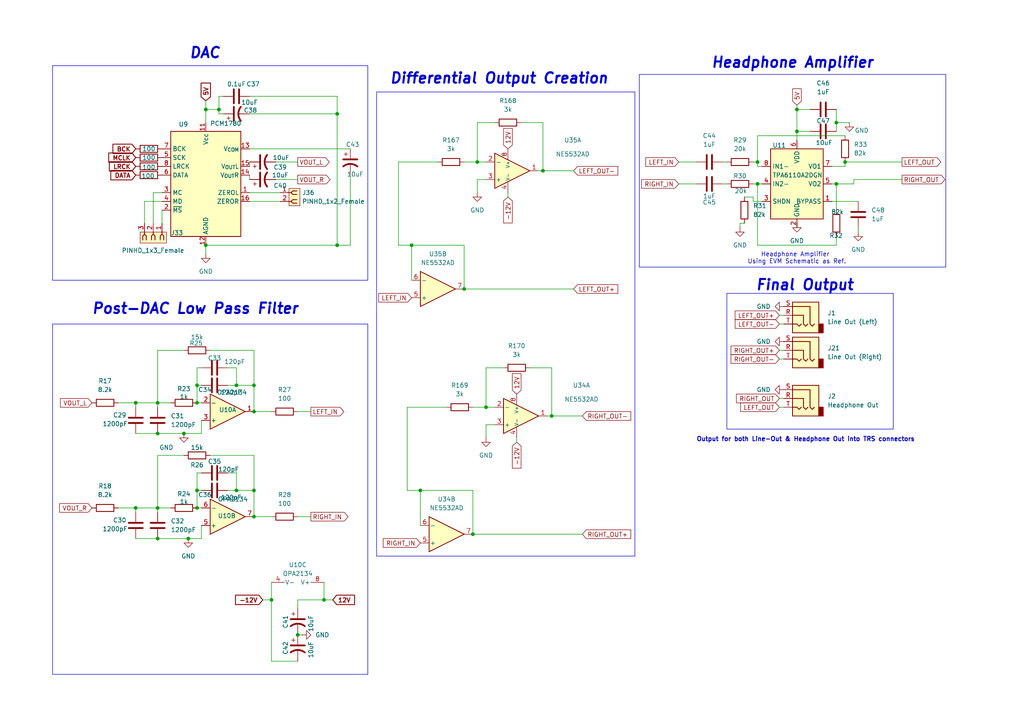
<source format=kicad_sch>
(kicad_sch (version 20231120) (generator "eeschema") (generator_version "8.0")
  (paper "A4")
  (title_block (company "Michael Meyers"))
  (lib_symbols
    (symbol "Amplifier_Audio:TPA6110A2DGN"
      (property "Reference" "U" (at -6.35 11.43 0))
      (property "Value" "TPA6110A2DGN" (at 6.35 11.43 0))
      (symbol "TPA6110A2DGN_0_1"
        (rectangle (start -7.62 10.16) (end 7.62 -10.16) (stroke (width 0.254)) (fill (type background)))
      )
      (symbol "TPA6110A2DGN_1_1"
        (pin passive line (at 10.16 -5.08 180) (length 2.54) (name "BYPASS") (number "1"))
        (pin power_in line (at 0 -12.7 90) (length 2.54) (name "GND") (number "2"))
        (pin input line (at -10.16 -5.08 0) (length 2.54) (name "SHDN") (number "3"))
        (pin input line (at -10.16 0 0) (length 2.54) (name "IN2-") (number "4"))
        (pin output line (at 10.16 0 180) (length 2.54) (name "VO2") (number "5"))
        (pin power_in line (at 0 12.7 270) (length 2.54) (name "VDD") (number "6"))
        (pin output line (at 10.16 5.08 180) (length 2.54) (name "VO1") (number "7"))
        (pin input line (at -10.16 5.08 0) (length 2.54) (name "IN1-") (number "8"))
        (pin passive line (at 0 -12.7 90) (length 2.54) hide (name "GND") (number "9"))
      )
    )
    (symbol "Amplifier_Operational:OPA2134" (pin_names (offset 0.127))
      (property "Reference" "U" (at 0 5.08 0))
      (property "Value" "OPA2134" (at 0 -5.08 0))
      (symbol "OPA2134_1_1"
        (polyline (pts (xy -5.08 5.08) (xy 5.08 0) (xy -5.08 -5.08) (xy -5.08 5.08)) (stroke (width 0.254)) (fill (type background)))
        (pin output line (at 7.62 0 180) (length 2.54) (name "~") (number "1"))
        (pin input line (at -7.62 -2.54 0) (length 2.54) (name "-") (number "2"))
        (pin input line (at -7.62 2.54 0) (length 2.54) (name "+") (number "3"))
      )
      (symbol "OPA2134_2_1"
        (polyline (pts (xy -5.08 5.08) (xy 5.08 0) (xy -5.08 -5.08) (xy -5.08 5.08)) (stroke (width 0.254)) (fill (type background)))
        (pin input line (at -7.62 2.54 0) (length 2.54) (name "+") (number "5"))
        (pin input line (at -7.62 -2.54 0) (length 2.54) (name "-") (number "6"))
        (pin output line (at 7.62 0 180) (length 2.54) (name "~") (number "7"))
      )
      (symbol "OPA2134_3_1"
        (pin power_in line (at -2.54 -7.62 90) (length 3.81) (name "V-") (number "4"))
        (pin power_in line (at -2.54 7.62 270) (length 3.81) (name "V+") (number "8"))
      )
    )
    (symbol "Audio:PCM1780"
      (property "Reference" "U" (at -9.652 16.764 0))
      (property "Value" "PCM1780" (at 12.192 16.764 0))
      (symbol "PCM1780_1_1"
        (rectangle (start -10.16 15.24) (end 10.16 -15.24) (stroke (width 0.254)) (fill (type background)))
        (pin output line (at 12.7 -2.54 180) (length 2.54) (name "ZEROL") (number "1"))
        (pin no_connect line (at 10.16 -10.16 180) (length 2.54) hide (name "NC") (number "10"))
        (pin power_in line (at 0 17.78 270) (length 2.54) (name "Vcc") (number "11"))
        (pin power_in line (at 0 -17.78 90) (length 2.54) (name "AGND") (number "12"))
        (pin output line (at 12.7 10.16 180) (length 2.54) (name "V_{COM}") (number "13"))
        (pin output line (at 12.7 2.54 180) (length 2.54) (name "V_{OUT}R") (number "14"))
        (pin output line (at 12.7 5.08 180) (length 2.54) (name "V_{OUT}L") (number "15"))
        (pin output line (at 12.7 -5.08 180) (length 2.54) (name "ZEROR") (number "16"))
        (pin input line (at -12.7 -7.62 0) (length 2.54) (name "~{MS}") (number "2"))
        (pin input line (at -12.7 -2.54 0) (length 2.54) (name "MC") (number "3"))
        (pin input line (at -12.7 -5.08 0) (length 2.54) (name "MD") (number "4"))
        (pin input line (at -12.7 7.62 0) (length 2.54) (name "SCK") (number "5"))
        (pin input line (at -12.7 2.54 0) (length 2.54) (name "DATA") (number "6"))
        (pin input line (at -12.7 10.16 0) (length 2.54) (name "BCK") (number "7"))
        (pin input line (at -12.7 5.08 0) (length 2.54) (name "LRCK") (number "8"))
        (pin no_connect line (at 10.16 -12.7 180) (length 2.54) hide (name "NC") (number "9"))
      )
    )
    (symbol "Connector_Audio:AudioJack3"
      (property "Reference" "J" (at 0 8.89 0))
      (property "Value" "AudioJack3" (at 0 6.35 0))
      (symbol "AudioJack3_0_1"
        (rectangle (start -5.08 -5.08) (end -6.35 -2.54) (stroke (width 0.254)) (fill (type outline)))
        (polyline (pts (xy 0 -2.54) (xy 0.635 -3.175) (xy 1.27 -2.54) (xy 2.54 -2.54)) (stroke (width 0.254)))
        (polyline (pts (xy -1.905 -2.54) (xy -1.27 -3.175) (xy -0.635 -2.54) (xy -0.635 0) (xy 2.54 0)) (stroke (width 0.254)))
        (polyline (pts (xy 2.54 2.54) (xy -2.54 2.54) (xy -2.54 -2.54) (xy -3.175 -3.175) (xy -3.81 -2.54)) (stroke (width 0.254)))
        (rectangle (start 2.54 3.81) (end -5.08 -5.08) (stroke (width 0.254)) (fill (type background)))
      )
      (symbol "AudioJack3_1_1"
        (pin passive line (at 5.08 0 180) (length 2.54) (name "~") (number "R"))
        (pin passive line (at 5.08 2.54 180) (length 2.54) (name "~") (number "S"))
        (pin passive line (at 5.08 -2.54 180) (length 2.54) (name "~") (number "T"))
      )
    )
    (symbol "Device:C" (pin_numbers hide) (pin_names (offset 0.254))
      (property "Reference" "C" (at 0.635 2.54 0))
      (property "Value" "C" (at 0.635 -2.54 0))
      (symbol "C_0_1"
        (polyline (pts (xy -2.032 -0.762) (xy 2.032 -0.762)) (stroke (width 0.508)))
        (polyline (pts (xy -2.032 0.762) (xy 2.032 0.762)) (stroke (width 0.508)))
      )
      (symbol "C_1_1"
        (pin passive line (at 0 3.81 270) (length 2.794) (name "~") (number "1"))
        (pin passive line (at 0 -3.81 90) (length 2.794) (name "~") (number "2"))
      )
    )
    (symbol "Device:C_Polarized_US" (pin_numbers hide) (pin_names (offset 0.254) hide)
      (property "Reference" "C" (at 0.635 2.54 0))
      (property "Value" "C_Polarized_US" (at 0.635 -2.54 0))
      (symbol "C_Polarized_US_0_1"
        (polyline (pts (xy -2.032 0.762) (xy 2.032 0.762)) (stroke (width 0.508)))
        (polyline (pts (xy -1.778 2.286) (xy -0.762 2.286)))
        (polyline (pts (xy -1.27 1.778) (xy -1.27 2.794)))
        (arc (start 2.032 -1.27) (mid 0 -0.5572) (end -2.032 -1.27) (stroke (width 0.508)))
      )
      (symbol "C_Polarized_US_1_1"
        (pin passive line (at 0 3.81 270) (length 2.794) (name "~") (number "1"))
        (pin passive line (at 0 -3.81 90) (length 3.302) (name "~") (number "2"))
      )
    )
    (symbol "Device:R" (pin_numbers hide) (pin_names (offset 0))
      (property "Reference" "R" (at 2.032 0 90))
      (property "Value" "R" (at 0 0 90))
      (symbol "R_0_1"
        (rectangle (start -1.016 -2.54) (end 1.016 2.54) (stroke (width 0.254)))
      )
      (symbol "R_1_1"
        (pin passive line (at 0 3.81 270) (length 1.27) (name "~") (number "1"))
        (pin passive line (at 0 -3.81 90) (length 1.27) (name "~") (number "2"))
      )
    )
    (symbol "PCM_Amplifier_Operational_AKL:NE5532AD" (pin_names (offset 0.2))
      (property "Reference" "U" (at 1.27 6.35 0))
      (property "Value" "NE5532AD" (at 1.27 3.81 0))
      (symbol "NE5532AD_0_1"
        (polyline (pts (xy -3.81 5.08) (xy -3.81 -5.08) (xy 6.35 0) (xy -3.81 5.08)) (stroke (width 0.254)) (fill (type background)))
      )
      (symbol "NE5532AD_1_1"
        (pin output line (at 8.89 0 180) (length 2.54) (name "~") (number "1"))
        (pin input line (at -6.35 2.54 0) (length 2.54) (name "-") (number "2"))
        (pin input line (at -6.35 -2.54 0) (length 2.54) (name "+") (number "3"))
        (pin power_in line (at 0 -6.35 90) (length 3.18) (name "V-") (number "4"))
        (pin power_in line (at 0 6.35 270) (length 3.18) (name "V+") (number "8"))
      )
      (symbol "NE5532AD_2_1"
        (pin input line (at -6.35 -2.54 0) (length 2.54) (name "+") (number "5"))
        (pin input line (at -6.35 2.54 0) (length 2.54) (name "-") (number "6"))
        (pin output line (at 8.89 0 180) (length 2.54) (name "~") (number "7"))
      )
    )
    (symbol "PCM_SL_Pin_Headers:PINHD_1x2_Female"
      (property "Reference" "J" (at 0 7.62 0))
      (property "Value" "PINHD_1x2_Female" (at 0 5.08 0))
      (symbol "PINHD_1x2_Female_0_1"
        (rectangle (start -1.27 2.54) (end 1.905 -2.54) (fill (type background)))
        (arc (start -0.508 -1.27) (mid -0.3592 -1.6292) (end 0 -1.778) (stroke (width 0.25)))
        (arc (start -0.508 1.27) (mid -0.3592 0.9108) (end 0 0.762) (stroke (width 0.25)))
        (arc (start 0 -0.762) (mid -0.3592 -0.9108) (end -0.508 -1.27) (stroke (width 0.25)))
        (polyline (pts (xy -1.27 -1.27) (xy -0.508 -1.27)) (stroke (width 0.25)))
        (polyline (pts (xy -1.27 1.27) (xy -0.508 1.27)) (stroke (width 0.25)))
        (polyline (pts (xy 0 -1.778) (xy 1.016 -1.778)) (stroke (width 0.25)))
        (polyline (pts (xy 0 -0.762) (xy 1.016 -0.762)) (stroke (width 0.25)))
        (polyline (pts (xy 0 0.762) (xy 1.016 0.762)) (stroke (width 0.25)))
        (polyline (pts (xy 0 1.778) (xy 1.016 1.778)) (stroke (width 0.25)))
        (arc (start 0 1.778) (mid -0.3592 1.6292) (end -0.508 1.27) (stroke (width 0.25)))
      )
      (symbol "PINHD_1x2_Female_1_1"
        (pin passive line (at -3.81 1.27 0) (length 2.54) (name "") (number "1"))
        (pin passive line (at -3.81 -1.27 0) (length 2.54) (name "") (number "2"))
      )
    )
    (symbol "PCM_SL_Pin_Headers:PINHD_1x3_Female"
      (property "Reference" "J" (at 0 8.89 0))
      (property "Value" "PINHD_1x3_Female" (at 0 6.35 0))
      (symbol "PINHD_1x3_Female_0_1"
        (rectangle (start -1.27 3.81) (end 1.905 -3.81) (fill (type background)))
        (arc (start -0.508 -2.54) (mid -0.3592 -2.8992) (end 0 -3.048) (stroke (width 0.25)))
        (arc (start -0.508 0) (mid -0.3592 -0.3592) (end 0 -0.508) (stroke (width 0.25)))
        (arc (start -0.508 2.54) (mid -0.3592 2.1808) (end 0 2.032) (stroke (width 0.25)))
        (arc (start 0 -2.032) (mid -0.3592 -2.1808) (end -0.508 -2.54) (stroke (width 0.25)))
        (polyline (pts (xy -1.27 -2.54) (xy -0.508 -2.54)) (stroke (width 0.25)))
        (polyline (pts (xy -1.27 0) (xy -0.508 0)) (stroke (width 0.25)))
        (polyline (pts (xy -1.27 2.54) (xy -0.508 2.54)) (stroke (width 0.25)))
        (polyline (pts (xy 0 -3.048) (xy 1.016 -3.048)) (stroke (width 0.25)))
        (polyline (pts (xy 0 -2.032) (xy 1.016 -2.032)) (stroke (width 0.25)))
        (polyline (pts (xy 0 -0.508) (xy 1.016 -0.508)) (stroke (width 0.25)))
        (polyline (pts (xy 0 0.508) (xy 1.016 0.508)) (stroke (width 0.25)))
        (polyline (pts (xy 0 2.032) (xy 1.016 2.032)) (stroke (width 0.25)))
        (polyline (pts (xy 0 3.048) (xy 1.016 3.048)) (stroke (width 0.25)))
        (arc (start 0 0.508) (mid -0.3592 0.3592) (end -0.508 0) (stroke (width 0.25)))
        (arc (start 0 3.048) (mid -0.3592 2.8992) (end -0.508 2.54) (stroke (width 0.25)))
      )
      (symbol "PINHD_1x3_Female_1_1"
        (pin passive line (at -3.81 2.54 0) (length 2.54) (name "") (number "1"))
        (pin passive line (at -3.81 0 0) (length 2.54) (name "") (number "2"))
        (pin passive line (at -3.81 -2.54 0) (length 2.54) (name "") (number "3"))
      )
    )
    (symbol "power:GND" (power) (pin_numbers hide) (pin_names (offset 0) hide)
      (property "Value" "GND" (at 0 -3.81 0))
      (symbol "GND_0_1"
        (polyline (pts (xy 0 0) (xy 0 -1.27) (xy 1.27 -1.27) (xy 0 -2.54) (xy -1.27 -1.27) (xy 0 -1.27)))
      )
      (symbol "GND_1_1"
        (pin power_in line (at 0 0 270) (length 0) (name "~") (number "1"))
      )
    )
  )
  (junction (at 242.57 35.56))
  (junction (at 242.57 53.34))
  (junction (at 45.72 116.84))
  (junction (at 68.58 142.24))
  (junction (at 57.15 147.32))
  (junction (at 121.92 142.24))
  (junction (at 231.14 31.75))
  (junction (at 93.98 173.99))
  (junction (at 45.72 156.21))
  (junction (at 157.48 49.53))
  (junction (at 45.72 125.73))
  (junction (at 59.69 71.12))
  (junction (at 73.66 111.76))
  (junction (at 68.58 111.76))
  (junction (at 160.02 120.65))
  (junction (at 39.37 116.84))
  (junction (at 138.43 46.99))
  (junction (at 78.74 173.99))
  (junction (at 57.15 111.76))
  (junction (at 119.38 71.12))
  (junction (at 134.62 83.82))
  (junction (at 39.37 147.32))
  (junction (at 73.66 119.38))
  (junction (at 73.66 149.86))
  (junction (at 57.15 116.84))
  (junction (at 231.14 38.1))
  (junction (at 45.72 147.32))
  (junction (at 54.61 156.21))
  (junction (at 97.79 33.02))
  (junction (at 63.5 31.75))
  (junction (at 140.97 118.11))
  (junction (at 57.15 142.24))
  (junction (at 97.79 71.12))
  (junction (at 219.71 46.99))
  (junction (at 73.66 142.24))
  (junction (at 219.71 53.34))
  (junction (at 245.11 46.99))
  (junction (at 137.16 154.94))
  (junction (at 86.36 184.15))
  (junction (at 59.69 31.75))
  (junction (at 53.34 125.73))
  (wire (pts (xy 242.57 35.56) (xy 242.57 38.1)))
  (wire (pts (xy 64.77 33.02) (xy 63.5 33.02)))
  (wire (pts (xy 134.62 46.99) (xy 138.43 46.99)))
  (wire (pts (xy 160.02 120.65) (xy 168.91 120.65)))
  (wire (pts (xy 39.37 125.73) (xy 45.72 125.73)))
  (wire (pts (xy 219.71 39.37) (xy 245.11 39.37)))
  (wire (pts (xy 57.15 137.16) (xy 57.15 142.24)))
  (wire (pts (xy 68.58 137.16) (xy 68.58 142.24)))
  (wire (pts (xy 34.29 116.84) (xy 39.37 116.84)))
  (wire (pts (xy 146.05 106.68) (xy 140.97 106.68)))
  (wire (pts (xy 54.61 156.21) (xy 58.42 156.21)))
  (wire (pts (xy 134.62 83.82) (xy 166.37 83.82)))
  (wire (pts (xy 115.57 46.99) (xy 115.57 71.12)))
  (wire (pts (xy 86.36 52.07) (xy 80.01 52.07)))
  (wire (pts (xy 147.32 57.15) (xy 147.32 55.88)))
  (wire (pts (xy 247.65 52.07) (xy 261.62 52.07)))
  (wire (pts (xy 118.11 142.24) (xy 121.92 142.24)))
  (wire (pts (xy 45.72 125.73) (xy 53.34 125.73)))
  (wire (pts (xy 231.14 38.1) (xy 234.95 38.1)))
  (wire (pts (xy 59.69 73.66) (xy 59.69 71.12)))
  (wire (pts (xy 39.37 116.84) (xy 39.37 118.11)))
  (wire (pts (xy 231.14 38.1) (xy 231.14 40.64)))
  (wire (pts (xy 57.15 142.24) (xy 57.15 147.32)))
  (wire (pts (xy 41.91 58.42) (xy 41.91 64.77)))
  (wire (pts (xy 58.42 142.24) (xy 57.15 142.24)))
  (wire (pts (xy 53.34 101.6) (xy 45.72 101.6)))
  (wire (pts (xy 138.43 52.07) (xy 138.43 55.88)))
  (wire (pts (xy 45.72 147.32) (xy 49.53 147.32)))
  (wire (pts (xy 53.34 125.73) (xy 58.42 125.73)))
  (wire (pts (xy 63.5 31.75) (xy 63.5 27.94)))
  (wire (pts (xy 57.15 147.32) (xy 58.42 147.32)))
  (wire (pts (xy 68.58 111.76) (xy 73.66 111.76)))
  (wire (pts (xy 39.37 147.32) (xy 45.72 147.32)))
  (wire (pts (xy 219.71 48.26) (xy 219.71 46.99)))
  (wire (pts (xy 137.16 142.24) (xy 121.92 142.24)))
  (wire (pts (xy 59.69 31.75) (xy 59.69 35.56)))
  (wire (pts (xy 34.29 147.32) (xy 39.37 147.32)))
  (wire (pts (xy 127 46.99) (xy 115.57 46.99)))
  (wire (pts (xy 58.42 106.68) (xy 57.15 106.68)))
  (wire (pts (xy 73.66 149.86) (xy 78.74 149.86)))
  (wire (pts (xy 151.13 35.56) (xy 157.48 35.56)))
  (wire (pts (xy 73.66 101.6) (xy 73.66 111.76)))
  (wire (pts (xy 248.92 67.31) (xy 248.92 66.04)))
  (wire (pts (xy 261.62 46.99) (xy 245.11 46.99)))
  (wire (pts (xy 73.66 111.76) (xy 73.66 119.38)))
  (wire (pts (xy 231.14 31.75) (xy 234.95 31.75)))
  (wire (pts (xy 41.91 58.42) (xy 46.99 58.42)))
  (wire (pts (xy 138.43 52.07) (xy 140.97 52.07)))
  (wire (pts (xy 160.02 106.68) (xy 160.02 120.65)))
  (wire (pts (xy 72.39 52.07) (xy 72.39 50.8)))
  (wire (pts (xy 86.36 173.99) (xy 86.36 176.53)))
  (wire (pts (xy 196.85 53.34) (xy 201.93 53.34)))
  (wire (pts (xy 134.62 83.82) (xy 134.62 71.12)))
  (wire (pts (xy 73.66 119.38) (xy 78.74 119.38)))
  (wire (pts (xy 87.63 184.15) (xy 86.36 184.15)))
  (wire (pts (xy 57.15 106.68) (xy 57.15 111.76)))
  (wire (pts (xy 119.38 71.12) (xy 119.38 81.28)))
  (wire (pts (xy 96.52 173.99) (xy 93.98 173.99)))
  (wire (pts (xy 45.72 118.11) (xy 45.72 116.84)))
  (wire (pts (xy 226.06 93.98) (xy 227.33 93.98)))
  (wire (pts (xy 60.96 132.08) (xy 73.66 132.08)))
  (wire (pts (xy 226.06 104.14) (xy 227.33 104.14)))
  (wire (pts (xy 137.16 154.94) (xy 137.16 142.24)))
  (wire (pts (xy 53.34 132.08) (xy 45.72 132.08)))
  (wire (pts (xy 63.5 33.02) (xy 63.5 31.75)))
  (wire (pts (xy 219.71 53.34) (xy 220.98 53.34)))
  (wire (pts (xy 86.36 149.86) (xy 90.17 149.86)))
  (wire (pts (xy 68.58 142.24) (xy 73.66 142.24)))
  (wire (pts (xy 44.45 55.88) (xy 44.45 64.77)))
  (wire (pts (xy 72.39 43.18) (xy 101.6 43.18)))
  (wire (pts (xy 138.43 35.56) (xy 138.43 46.99)))
  (wire (pts (xy 118.11 118.11) (xy 118.11 142.24)))
  (wire (pts (xy 115.57 71.12) (xy 119.38 71.12)))
  (wire (pts (xy 63.5 27.94) (xy 64.77 27.94)))
  (wire (pts (xy 72.39 27.94) (xy 97.79 27.94)))
  (wire (pts (xy 140.97 123.19) (xy 140.97 127)))
  (wire (pts (xy 149.86 128.27) (xy 149.86 127)))
  (wire (pts (xy 156.21 49.53) (xy 157.48 49.53)))
  (wire (pts (xy 157.48 35.56) (xy 157.48 49.53)))
  (wire (pts (xy 68.58 137.16) (xy 66.04 137.16)))
  (wire (pts (xy 73.66 132.08) (xy 73.66 142.24)))
  (wire (pts (xy 45.72 156.21) (xy 54.61 156.21)))
  (wire (pts (xy 218.44 58.42) (xy 218.44 57.15)))
  (wire (pts (xy 214.63 66.04) (xy 214.63 64.77)))
  (wire (pts (xy 72.39 33.02) (xy 97.79 33.02)))
  (wire (pts (xy 219.71 39.37) (xy 219.71 46.99)))
  (wire (pts (xy 226.06 101.6) (xy 227.33 101.6)))
  (wire (pts (xy 68.58 106.68) (xy 66.04 106.68)))
  (wire (pts (xy 72.39 46.99) (xy 72.39 48.26)))
  (wire (pts (xy 196.85 46.99) (xy 201.93 46.99)))
  (wire (pts (xy 97.79 27.94) (xy 97.79 33.02)))
  (wire (pts (xy 121.92 142.24) (xy 121.92 152.4)))
  (wire (pts (xy 78.74 173.99) (xy 78.74 191.77)))
  (wire (pts (xy 59.69 71.12) (xy 97.79 71.12)))
  (wire (pts (xy 66.04 111.76) (xy 68.58 111.76)))
  (wire (pts (xy 93.98 173.99) (xy 86.36 173.99)))
  (wire (pts (xy 231.14 30.48) (xy 231.14 31.75)))
  (wire (pts (xy 86.36 46.99) (xy 80.01 46.99)))
  (wire (pts (xy 73.66 142.24) (xy 73.66 149.86)))
  (wire (pts (xy 57.15 116.84) (xy 58.42 116.84)))
  (wire (pts (xy 45.72 132.08) (xy 45.72 147.32)))
  (wire (pts (xy 247.65 53.34) (xy 242.57 53.34)))
  (wire (pts (xy 218.44 46.99) (xy 219.71 46.99)))
  (wire (pts (xy 219.71 53.34) (xy 219.71 71.12)))
  (wire (pts (xy 241.3 58.42) (xy 248.92 58.42)))
  (wire (pts (xy 226.06 118.11) (xy 227.33 118.11)))
  (wire (pts (xy 218.44 58.42) (xy 220.98 58.42)))
  (wire (pts (xy 60.96 101.6) (xy 73.66 101.6)))
  (wire (pts (xy 63.5 31.75) (xy 59.69 31.75)))
  (wire (pts (xy 209.55 53.34) (xy 210.82 53.34)))
  (wire (pts (xy 58.42 121.92) (xy 58.42 125.73)))
  (wire (pts (xy 231.14 31.75) (xy 231.14 38.1)))
  (wire (pts (xy 245.11 48.26) (xy 245.11 46.99)))
  (wire (pts (xy 58.42 111.76) (xy 57.15 111.76)))
  (wire (pts (xy 76.2 173.99) (xy 78.74 173.99)))
  (wire (pts (xy 218.44 53.34) (xy 219.71 53.34)))
  (wire (pts (xy 78.74 191.77) (xy 86.36 191.77)))
  (wire (pts (xy 218.44 57.15) (xy 215.9 57.15)))
  (wire (pts (xy 97.79 33.02) (xy 97.79 71.12)))
  (wire (pts (xy 231.14 66.04) (xy 231.14 64.77)))
  (wire (pts (xy 68.58 106.68) (xy 68.58 111.76)))
  (wire (pts (xy 209.55 46.99) (xy 210.82 46.99)))
  (wire (pts (xy 46.99 60.96) (xy 46.99 64.77)))
  (wire (pts (xy 242.57 31.75) (xy 242.57 35.56)))
  (wire (pts (xy 59.69 29.21) (xy 59.69 31.75)))
  (wire (pts (xy 242.57 53.34) (xy 241.3 53.34)))
  (wire (pts (xy 242.57 68.58) (xy 242.57 71.12)))
  (wire (pts (xy 226.06 91.44) (xy 227.33 91.44)))
  (wire (pts (xy 140.97 106.68) (xy 140.97 118.11)))
  (wire (pts (xy 143.51 35.56) (xy 138.43 35.56)))
  (wire (pts (xy 66.04 142.24) (xy 68.58 142.24)))
  (wire (pts (xy 157.48 49.53) (xy 166.37 49.53)))
  (wire (pts (xy 81.28 58.42) (xy 72.39 58.42)))
  (wire (pts (xy 137.16 118.11) (xy 140.97 118.11)))
  (wire (pts (xy 86.36 119.38) (xy 90.17 119.38)))
  (wire (pts (xy 245.11 48.26) (xy 241.3 48.26)))
  (wire (pts (xy 39.37 116.84) (xy 45.72 116.84)))
  (wire (pts (xy 58.42 137.16) (xy 57.15 137.16)))
  (wire (pts (xy 214.63 64.77) (xy 215.9 64.77)))
  (wire (pts (xy 45.72 116.84) (xy 49.53 116.84)))
  (wire (pts (xy 81.28 55.88) (xy 72.39 55.88)))
  (wire (pts (xy 44.45 55.88) (xy 46.99 55.88)))
  (wire (pts (xy 242.57 53.34) (xy 242.57 60.96)))
  (wire (pts (xy 137.16 154.94) (xy 168.91 154.94)))
  (wire (pts (xy 138.43 46.99) (xy 140.97 46.99)))
  (wire (pts (xy 158.75 120.65) (xy 160.02 120.65)))
  (wire (pts (xy 78.74 168.91) (xy 78.74 173.99)))
  (wire (pts (xy 129.54 118.11) (xy 118.11 118.11)))
  (wire (pts (xy 101.6 50.8) (xy 101.6 71.12)))
  (wire (pts (xy 226.06 115.57) (xy 227.33 115.57)))
  (wire (pts (xy 93.98 168.91) (xy 93.98 173.99)))
  (wire (pts (xy 39.37 147.32) (xy 39.37 148.59)))
  (wire (pts (xy 140.97 118.11) (xy 143.51 118.11)))
  (wire (pts (xy 219.71 71.12) (xy 242.57 71.12)))
  (wire (pts (xy 153.67 106.68) (xy 160.02 106.68)))
  (wire (pts (xy 45.72 101.6) (xy 45.72 116.84)))
  (wire (pts (xy 97.79 71.12) (xy 101.6 71.12)))
  (wire (pts (xy 57.15 111.76) (xy 57.15 116.84)))
  (wire (pts (xy 58.42 152.4) (xy 58.42 156.21)))
  (wire (pts (xy 39.37 156.21) (xy 45.72 156.21)))
  (wire (pts (xy 45.72 148.59) (xy 45.72 147.32)))
  (wire (pts (xy 247.65 53.34) (xy 247.65 52.07)))
  (wire (pts (xy 219.71 48.26) (xy 220.98 48.26)))
  (wire (pts (xy 134.62 71.12) (xy 119.38 71.12)))
  (wire (pts (xy 242.57 35.56) (xy 246.38 35.56)))
  (wire (pts (xy 140.97 123.19) (xy 143.51 123.19)))
  (rectangle (start 109.22 26.67) (end 184.15 161.29))
  (rectangle (start 210.82 85.09) (end 259.08 124.46))
  (rectangle (start 15.24 19.05) (end 106.68 81.28))
  (rectangle (start 185.42 21.59) (end 274.32 77.47))
  (rectangle (start 15.24 93.98) (end 106.68 195.58))
  (text "Post-DAC Low Pass Filter" (at 56.642 89.662 0) (effects (font (size 3 3) (thickness 0.6) (bold yes) (italic yes))))
  (text "Output for both Line-Out & Headphone Out into TRS connectors" (at 233.68 127.508 0) (effects (font (size 1.27 1.27) (bold yes))))
  (text "Headphone Amplifier \nUsing EVM Schematic as Ref.\n" (at 231.14 74.93 0) (effects (font (size 1.27 1.27))))
  (text "Final Output" (at 233.426 82.804 0) (effects (font (size 3 3) (thickness 0.6) (bold yes) (italic yes))))
  (text "Headphone Amplifier" (at 229.87 18.288 0) (effects (font (size 3 3) (thickness 0.6) (bold yes) (italic yes))))
  (text "DAC" (at 59.436 15.494 0) (effects (font (size 3 3) (thickness 0.6) (bold yes) (italic yes))))
  (text "Differential Output Creation" (at 144.78 22.86 0) (effects (font (size 3 3) (thickness 0.6) (bold yes) (italic yes))))
  (global_label "LEFT_IN" (shape input) (at 196.85 46.99 180) (property "Intersheetrefs" "${INTERSHEET_REFS}" (effects (hide yes))))
  (global_label "LEFT_OUT" (shape input) (at 226.06 118.11 180) (property "Intersheetrefs" "${INTERSHEET_REFS}" (effects (hide yes))))
  (global_label "12V" (shape input) (at 149.86 114.3 90) (property "Intersheetrefs" "${INTERSHEET_REFS}" (effects (hide yes))))
  (global_label "RIGHT_IN" (shape output) (at 90.17 149.86 0) (property "Intersheetrefs" "${INTERSHEET_REFS}" (effects (hide yes))))
  (global_label "RIGHT_IN" (shape input) (at 121.92 157.48 180) (property "Intersheetrefs" "${INTERSHEET_REFS}" (effects (hide yes))))
  (global_label "LEFT_OUT+" (shape input) (at 166.37 83.82 0) (property "Intersheetrefs" "${INTERSHEET_REFS}" (effects (hide yes))))
  (global_label "LEFT_IN" (shape input) (at 119.38 86.36 180) (property "Intersheetrefs" "${INTERSHEET_REFS}" (effects (hide yes))))
  (global_label "5V" (shape input) (at 59.69 29.21 90) (effects (font (bold yes))) (property "Intersheetrefs" "${INTERSHEET_REFS}" (effects (hide yes))))
  (global_label "12V" (shape input) (at 147.32 43.18 90) (property "Intersheetrefs" "${INTERSHEET_REFS}" (effects (hide yes))))
  (global_label "RIGHT_OUT-" (shape input) (at 168.91 120.65 0) (property "Intersheetrefs" "${INTERSHEET_REFS}" (effects (hide yes))))
  (global_label "-12V" (shape input) (at 149.86 128.27 270) (property "Intersheetrefs" "${INTERSHEET_REFS}" (effects (hide yes))))
  (global_label "LEFT_OUT-" (shape input) (at 166.37 49.53 0) (property "Intersheetrefs" "${INTERSHEET_REFS}" (effects (hide yes))))
  (global_label "RIGHT_OUT+" (shape input) (at 168.91 154.94 0) (property "Intersheetrefs" "${INTERSHEET_REFS}" (effects (hide yes))))
  (global_label "LEFT_IN" (shape output) (at 90.17 119.38 0) (property "Intersheetrefs" "${INTERSHEET_REFS}" (effects (hide yes))))
  (global_label "RIGHT_OUT-" (shape input) (at 226.06 104.14 180) (property "Intersheetrefs" "${INTERSHEET_REFS}" (effects (hide yes))))
  (global_label "DATA" (shape input) (at 39.37 50.8 180) (effects (font (bold yes))) (property "Intersheetrefs" "${INTERSHEET_REFS}" (effects (hide yes))))
  (global_label "BCK" (shape input) (at 39.37 43.18 180) (effects (font (bold yes))) (property "Intersheetrefs" "${INTERSHEET_REFS}" (effects (hide yes))))
  (global_label "-12V" (shape input) (at 76.2 173.99 180) (effects (font (bold yes))) (property "Intersheetrefs" "${INTERSHEET_REFS}" (effects (hide yes))))
  (global_label "LEFT_OUT+" (shape input) (at 226.06 91.44 180) (property "Intersheetrefs" "${INTERSHEET_REFS}" (effects (hide yes))))
  (global_label "RIGHT_IN" (shape input) (at 196.85 53.34 180) (property "Intersheetrefs" "${INTERSHEET_REFS}" (effects (hide yes))))
  (global_label "LRCK" (shape input) (at 39.37 48.26 180) (effects (font (bold yes))) (property "Intersheetrefs" "${INTERSHEET_REFS}" (effects (hide yes))))
  (global_label "VOUT_R" (shape input) (at 26.67 147.32 180) (property "Intersheetrefs" "${INTERSHEET_REFS}" (effects (hide yes))))
  (global_label "12V" (shape input) (at 96.52 173.99 0) (effects (font (bold yes))) (property "Intersheetrefs" "${INTERSHEET_REFS}" (effects (hide yes))))
  (global_label "VOUT_R" (shape output) (at 86.36 52.07 0) (property "Intersheetrefs" "${INTERSHEET_REFS}" (effects (hide yes))))
  (global_label "5V" (shape input) (at 231.14 30.48 90) (property "Intersheetrefs" "${INTERSHEET_REFS}" (effects (hide yes))))
  (global_label "MCLK" (shape input) (at 39.37 45.72 180) (effects (font (bold yes))) (property "Intersheetrefs" "${INTERSHEET_REFS}" (effects (hide yes))))
  (global_label "LEFT_OUT" (shape output) (at 261.62 46.99 0) (property "Intersheetrefs" "${INTERSHEET_REFS}" (effects (hide yes))))
  (global_label "-12V" (shape input) (at 147.32 57.15 270) (property "Intersheetrefs" "${INTERSHEET_REFS}" (effects (hide yes))))
  (global_label "RIGHT_OUT+" (shape input) (at 226.06 101.6 180) (property "Intersheetrefs" "${INTERSHEET_REFS}" (effects (hide yes))))
  (global_label "LEFT_OUT-" (shape input) (at 226.06 93.98 180) (property "Intersheetrefs" "${INTERSHEET_REFS}" (effects (hide yes))))
  (global_label "RIGHT_OUT" (shape input) (at 226.06 115.57 180) (property "Intersheetrefs" "${INTERSHEET_REFS}" (effects (hide yes))))
  (global_label "RIGHT_OUT" (shape output) (at 261.62 52.07 0) (property "Intersheetrefs" "${INTERSHEET_REFS}" (effects (hide yes))))
  (global_label "VOUT_L" (shape input) (at 26.67 116.84 180) (property "Intersheetrefs" "${INTERSHEET_REFS}" (effects (hide yes))))
  (global_label "VOUT_L" (shape output) (at 86.36 46.99 0) (property "Intersheetrefs" "${INTERSHEET_REFS}" (effects (hide yes))))
  (symbol (lib_id "Device:R") (at 149.86 106.68 90) (unit 1) (on_board no)
    (property "Reference" "R170" (at 149.86 100.33 90))
    (property "Value" "3k" (at 149.86 102.87 90))
    (property "Footprint" "Resistor_SMD:R_0805_2012Metric" (effects (hide yes)))
    (property "Description" "Resistor" (effects (hide yes)))
  )
  (symbol (lib_id "Device:C") (at 45.72 121.92 0) (unit 1) (on_board no)
    (property "Reference" "C31" (at 49.53 120.6499 0) (effects (justify left)))
    (property "Value" "1200pF" (at 49.53 123.1899 0) (effects (justify left)))
    (property "Footprint" "Capacitor_SMD:C_0402_1005Metric" (effects (hide yes)))
    (property "Description" "Unpolarized capacitor" (effects (hide yes)))
  )
  (symbol (lib_id "Device:R") (at 30.48 116.84 90) (unit 1) (on_board no)
    (property "Reference" "R17" (at 30.48 110.49 90))
    (property "Value" "8.2k" (at 30.48 113.03 90))
    (property "Footprint" "Resistor_SMD:R_0805_2012Metric" (effects (hide yes)))
    (property "Description" "Resistor" (effects (hide yes)))
  )
  (symbol (lib_id "Device:C_Polarized_US") (at 86.36 187.96 0) (unit 1) (on_board no)
    (property "Reference" "C42" (at 82.804 187.96 90))
    (property "Value" "10uF" (at 90.17 188.468 90))
    (property "Footprint" "Capacitor_SMD:CP_Elec_4x5.8" (effects (hide yes)))
    (property "Description" "Polarized capacitor, US symbol" (effects (hide yes)))
  )
  (symbol (lib_id "Device:C_Polarized_US") (at 101.6 46.99 0) (unit 1) (on_board no)
    (property "Reference" "C43" (at 100.33 41.91 0) (effects (justify left)))
    (property "Value" "10uF" (at 100.584 50.546 0) (effects (justify left)))
    (property "Footprint" "Capacitor_SMD:CP_Elec_4x5.8" (effects (hide yes)))
    (property "Description" "Polarized capacitor, US symbol" (effects (hide yes)))
  )
  (symbol (lib_id "power:GND") (at 248.92 67.31 0) (unit 1) (on_board no)
    (property "Reference" "#PWR045" (effects (hide yes)))
    (property "Value" "GND" (at 248.92 72.39 0))
    (property "Description" "Power symbol creates a global label with name \"GND\" , ground" (effects (hide yes)))
  )
  (symbol (lib_id "PCM_Amplifier_Operational_AKL:NE5532AD") (at 149.86 120.65 0) (unit 1) (on_board no)
    (property "Reference" "U34" (at 168.656 111.76 0))
    (property "Value" "NE5532AD" (at 168.656 115.824 0))
    (property "Footprint" "PCM_Package_SO_AKL:SO-8_3.9x4.9mm_P1.27mm" (effects (hide yes)))
    (property "Datasheet" "https://www.ti.com/lit/ds/symlink/ne5532.pdf?ts=1634915487120&ref_url=https%253A%252F%252Fwww.google.com%252F" (effects (hide yes)))
    (property "Description" "SO-8 Dual Low Noise Operational Amplifier, 4mV Offset, 5nV/√Hz, 10MHz, Alternate KiCAD Library" (effects (hide yes)))
  )
  (symbol (lib_id "Device:R") (at 130.81 46.99 90) (unit 1) (on_board no)
    (property "Reference" "R167" (at 130.81 40.64 90))
    (property "Value" "3k" (at 130.81 43.18 90))
    (property "Footprint" "Resistor_SMD:R_0805_2012Metric" (effects (hide yes)))
    (property "Description" "Resistor" (effects (hide yes)))
  )
  (symbol (lib_id "Connector_Audio:AudioJack3") (at 232.41 115.57 0) (mirror y) (unit 1) (on_board no)
    (property "Reference" "J2" (at 240.03 114.9349 0) (effects (justify right)))
    (property "Value" "Headphone Out" (at 240.03 117.4749 0) (effects (justify right)))
    (property "Footprint" "Connector_Audio:Jack_3.5mm_CUI_SJ-3523-SMT_Horizontal" (effects (hide yes)))
    (property "Description" "Audio Jack, 3 Poles (Stereo / TRS)" (effects (hide yes)))
  )
  (symbol (lib_id "Device:C_Polarized_US") (at 86.36 180.34 0) (unit 1) (on_board no)
    (property "Reference" "C41" (at 82.804 180.34 90))
    (property "Value" "10uF" (at 90.17 180.848 90))
    (property "Footprint" "Capacitor_SMD:CP_Elec_4x5.8" (effects (hide yes)))
    (property "Description" "Polarized capacitor, US symbol" (effects (hide yes)))
  )
  (symbol (lib_id "Device:R") (at 53.34 147.32 90) (unit 1) (on_board no)
    (property "Reference" "R24" (at 53.34 143.256 90))
    (property "Value" "1k" (at 53.34 145.542 90))
    (property "Footprint" "Resistor_SMD:R_0805_2012Metric" (effects (hide yes)))
    (property "Description" "Resistor" (effects (hide yes)))
  )
  (symbol (lib_id "Device:C") (at 62.23 106.68 90) (unit 1) (on_board no)
    (property "Reference" "C33" (at 62.23 103.886 90))
    (property "Value" "120pF" (at 68.072 104.902 90))
    (property "Footprint" "Capacitor_SMD:C_0402_1005Metric" (effects (hide yes)))
    (property "Description" "Unpolarized capacitor" (effects (hide yes)))
  )
  (symbol (lib_id "Device:C_Polarized_US") (at 68.58 33.02 90) (unit 1) (on_board no)
    (property "Reference" "C38" (at 72.644 32.004 90))
    (property "Value" "10uF" (at 72.39 29.718 90))
    (property "Footprint" "Capacitor_SMD:CP_Elec_4x5.8" (effects (hide yes)))
    (property "Description" "Polarized capacitor, US symbol" (effects (hide yes)))
  )
  (symbol (lib_id "Device:R") (at 215.9 60.96 0) (unit 1) (on_board no)
    (property "Reference" "R31" (at 218.44 59.6899 0) (effects (justify left)))
    (property "Value" "82k" (at 218.44 62.2299 0) (effects (justify left)))
    (property "Footprint" "Resistor_SMD:R_0805_2012Metric" (effects (hide yes)))
    (property "Description" "Resistor" (effects (hide yes)))
  )
  (symbol (lib_id "Device:C") (at 39.37 121.92 0) (unit 1) (on_board no)
    (property "Reference" "C29" (at 32.766 120.396 0) (effects (justify left)))
    (property "Value" "1200pF" (at 29.718 122.936 0) (effects (justify left)))
    (property "Footprint" "Capacitor_SMD:C_0402_1005Metric" (effects (hide yes)))
    (property "Description" "Unpolarized capacitor" (effects (hide yes)))
  )
  (symbol (lib_id "power:GND") (at 53.34 125.73 0) (unit 1) (on_board no)
    (property "Reference" "#PWR036" (effects (hide yes)))
    (property "Value" "GND" (at 48.26 129.794 0))
    (property "Description" "Power symbol creates a global label with name \"GND\" , ground" (effects (hide yes)))
  )
  (symbol (lib_id "power:GND") (at 87.63 184.15 90) (unit 1) (on_board no)
    (property "Reference" "#PWR038" (effects (hide yes)))
    (property "Value" "GND" (at 91.44 184.1499 90) (effects (justify right)))
    (property "Description" "Power symbol creates a global label with name \"GND\" , ground" (effects (hide yes)))
  )
  (symbol (lib_id "Device:C") (at 205.74 46.99 270) (unit 1) (on_board no)
    (property "Reference" "C44" (at 205.74 39.37 90))
    (property "Value" "1uF" (at 205.74 41.91 90))
    (property "Footprint" "Capacitor_SMD:C_0805_2012Metric" (effects (hide yes)))
    (property "Description" "Unpolarized capacitor" (effects (hide yes)))
  )
  (symbol (lib_id "Device:R") (at 82.55 119.38 90) (unit 1) (on_board no)
    (property "Reference" "R27" (at 82.55 113.03 90))
    (property "Value" "100" (at 82.55 115.57 90))
    (property "Footprint" "Resistor_SMD:R_0805_2012Metric" (effects (hide yes)))
    (property "Description" "Resistor" (effects (hide yes)))
  )
  (symbol (lib_id "Device:R") (at 133.35 118.11 90) (unit 1) (on_board no)
    (property "Reference" "R169" (at 133.35 111.76 90))
    (property "Value" "3k" (at 133.35 114.3 90))
    (property "Footprint" "Resistor_SMD:R_0805_2012Metric" (effects (hide yes)))
    (property "Description" "Resistor" (effects (hide yes)))
  )
  (symbol (lib_id "PCM_SL_Pin_Headers:PINHD_1x3_Female") (at 44.45 68.58 270) (unit 1) (on_board no)
    (property "Reference" "J33" (at 49.53 67.5649 90) (effects (justify left)))
    (property "Value" "PINHD_1x3_Female" (at 35.306 72.644 90) (effects (justify left)))
    (property "Footprint" "Connector_PinSocket_2.54mm:PinSocket_1x03_P2.54mm_Vertical" (effects (hide yes)))
    (property "Description" "Pin Header female with pin space 2.54mm. Pin Count -3" (effects (hide yes)))
  )
  (symbol (lib_id "Device:C") (at 68.58 27.94 90) (unit 1) (on_board no)
    (property "Reference" "C37" (at 73.406 24.384 90))
    (property "Value" "0.1uF" (at 68.58 24.384 90))
    (property "Footprint" "Capacitor_SMD:C_0805_2012Metric" (effects (hide yes)))
    (property "Description" "Unpolarized capacitor" (effects (hide yes)))
  )
  (symbol (lib_id "Amplifier_Operational:OPA2134") (at 86.36 166.37 270) (mirror x) (unit 3) (on_board no)
    (property "Reference" "U10" (at 86.36 163.83 90))
    (property "Value" "OPA2134" (at 86.36 166.37 90))
    (property "Footprint" "Package_SO:SOIC-8_3.9x4.9mm_P1.27mm" (effects (hide yes)))
    (property "Datasheet" "http://www.ti.com/lit/ds/symlink/opa134.pdf" (effects (hide yes)))
    (property "Description" "Dual SoundPlus High Performance Audio Operational Amplifiers, DIP-8/SOIC-8" (effects (hide yes)))
  )
  (symbol (lib_id "Device:C") (at 238.76 31.75 90) (unit 1) (on_board no)
    (property "Reference" "C46" (at 238.76 24.13 90))
    (property "Value" "1uF" (at 238.76 26.67 90))
    (property "Footprint" "Capacitor_SMD:C_0805_2012Metric" (effects (hide yes)))
    (property "Description" "Unpolarized capacitor" (effects (hide yes)))
  )
  (symbol (lib_id "Device:C") (at 62.23 137.16 90) (unit 1) (on_board no)
    (property "Reference" "C35" (at 62.23 133.858 90))
    (property "Value" "120pF" (at 66.294 136.144 90))
    (property "Footprint" "Capacitor_SMD:C_0402_1005Metric" (effects (hide yes)))
    (property "Description" "Unpolarized capacitor" (effects (hide yes)))
  )
  (symbol (lib_id "PCM_SL_Pin_Headers:PINHD_1x2_Female") (at 85.09 57.15 0) (unit 1) (on_board no)
    (property "Reference" "J36" (at 87.63 55.8799 0) (effects (justify left)))
    (property "Value" "PINHD_1x2_Female" (at 87.63 58.4199 0) (effects (justify left)))
    (property "Footprint" "Connector_PinSocket_2.54mm:PinSocket_1x02_P2.54mm_Vertical" (effects (hide yes)))
    (property "Description" "Pin Header female with pin space 2.54mm. Pin Count -2" (effects (hide yes)))
  )
  (symbol (lib_id "Amplifier_Audio:TPA6110A2DGN") (at 231.14 53.34 0) (unit 1) (on_board no)
    (property "Reference" "U11" (at 224.028 42.164 0) (effects (justify left)))
    (property "Value" "TPA6110A2DGN" (at 224.028 50.8 0) (effects (justify left)))
    (property "Footprint" "Package_SO:HVSSOP-8-1EP_3x3mm_P0.65mm_EP1.57x1.89mm" (effects (hide yes)))
    (property "Datasheet" "https://www.ti.com/lit/ds/symlink/tpa6110a2.pdf" (effects (hide yes)))
    (property "Description" "150-mW Stereo Audio Power Amplifier, HVSSOP" (effects (hide yes)))
  )
  (symbol (lib_id "Device:R") (at 57.15 132.08 90) (unit 1) (on_board no)
    (property "Reference" "R26" (at 57.15 134.874 90))
    (property "Value" "15k" (at 57.15 129.794 90))
    (property "Footprint" "Resistor_SMD:R_0805_2012Metric" (effects (hide yes)))
    (property "Description" "Resistor" (effects (hide yes)))
  )
  (symbol (lib_id "PCM_Amplifier_Operational_AKL:NE5532AD") (at 125.73 83.82 0) (unit 2) (on_board no)
    (property "Reference" "U35" (at 127 73.66 0))
    (property "Value" "NE5532AD" (at 127 76.2 0))
    (property "Footprint" "PCM_Package_SO_AKL:SO-8_3.9x4.9mm_P1.27mm" (effects (hide yes)))
    (property "Datasheet" "https://www.ti.com/lit/ds/symlink/ne5532.pdf?ts=1634915487120&ref_url=https%253A%252F%252Fwww.google.com%252F" (effects (hide yes)))
    (property "Description" "SO-8 Dual Low Noise Operational Amplifier, 4mV Offset, 5nV/√Hz, 10MHz, Alternate KiCAD Library" (effects (hide yes)))
  )
  (symbol (lib_id "Device:R") (at 30.48 147.32 90) (unit 1) (on_board no)
    (property "Reference" "R18" (at 30.48 140.97 90))
    (property "Value" "8.2k" (at 30.48 143.51 90))
    (property "Footprint" "Resistor_SMD:R_0805_2012Metric" (effects (hide yes)))
    (property "Description" "Resistor" (effects (hide yes)))
  )
  (symbol (lib_id "Device:C") (at 62.23 111.76 90) (unit 1) (on_board no)
    (property "Reference" "C34" (at 59.436 113.03 90))
    (property "Value" "120pF" (at 67.056 113.792 90))
    (property "Footprint" "Capacitor_SMD:C_0402_1005Metric" (effects (hide yes)))
    (property "Description" "Unpolarized capacitor" (effects (hide yes)))
  )
  (symbol (lib_id "power:GND") (at 227.33 113.03 270) (unit 1) (on_board no)
    (property "Reference" "#PWR042" (effects (hide yes)))
    (property "Value" "GND" (at 223.52 113.0299 90) (effects (justify right)))
    (property "Description" "Power symbol creates a global label with name \"GND\" , ground" (effects (hide yes)))
  )
  (symbol (lib_id "Device:R") (at 214.63 53.34 90) (unit 1) (on_board no)
    (property "Reference" "R30" (at 214.63 51.054 90))
    (property "Value" "20k" (at 214.884 55.372 90))
    (property "Footprint" "Resistor_SMD:R_0805_2012Metric" (effects (hide yes)))
    (property "Description" "Resistor" (effects (hide yes)))
  )
  (symbol (lib_id "Device:R") (at 245.11 43.18 180) (unit 1) (on_board no)
    (property "Reference" "R33" (at 247.65 41.9099 0) (effects (justify right)))
    (property "Value" "82k" (at 247.65 44.4499 0) (effects (justify right)))
    (property "Footprint" "Resistor_SMD:R_0805_2012Metric" (effects (hide yes)))
    (property "Description" "Resistor" (effects (hide yes)))
  )
  (symbol (lib_id "Device:R") (at 242.57 64.77 180) (unit 1) (on_board no)
    (property "Reference" "R32" (at 240.538 68.326 0) (effects (justify right)))
    (property "Value" "82k" (at 241.046 61.468 0) (effects (justify right)))
    (property "Footprint" "Resistor_SMD:R_0805_2012Metric" (effects (hide yes)))
    (property "Description" "Resistor" (effects (hide yes)))
  )
  (symbol (lib_id "Amplifier_Operational:OPA2134") (at 66.04 149.86 0) (mirror x) (unit 2) (on_board no)
    (property "Reference" "U10" (at 65.786 149.606 0))
    (property "Value" "OPA2134" (at 67.564 144.78 0))
    (property "Footprint" "Package_SO:SOIC-8_3.9x4.9mm_P1.27mm" (effects (hide yes)))
    (property "Datasheet" "http://www.ti.com/lit/ds/symlink/opa134.pdf" (effects (hide yes)))
    (property "Description" "Dual SoundPlus High Performance Audio Operational Amplifiers, DIP-8/SOIC-8" (effects (hide yes)))
  )
  (symbol (lib_id "PCM_Amplifier_Operational_AKL:NE5532AD") (at 128.27 154.94 0) (unit 2) (on_board no)
    (property "Reference" "U34" (at 129.54 144.78 0))
    (property "Value" "NE5532AD" (at 129.54 147.32 0))
    (property "Footprint" "PCM_Package_SO_AKL:SO-8_3.9x4.9mm_P1.27mm" (effects (hide yes)))
    (property "Datasheet" "https://www.ti.com/lit/ds/symlink/ne5532.pdf?ts=1634915487120&ref_url=https%253A%252F%252Fwww.google.com%252F" (effects (hide yes)))
    (property "Description" "SO-8 Dual Low Noise Operational Amplifier, 4mV Offset, 5nV/√Hz, 10MHz, Alternate KiCAD Library" (effects (hide yes)))
  )
  (symbol (lib_id "power:GND") (at 227.33 99.06 270) (unit 1) (on_board no)
    (property "Reference" "#PWR0211" (effects (hide yes)))
    (property "Value" "GND" (at 223.52 99.0599 90) (effects (justify right)))
    (property "Description" "Power symbol creates a global label with name \"GND\" , ground" (effects (hide yes)))
  )
  (symbol (lib_id "power:GND") (at 138.43 55.88 0) (unit 1) (on_board no)
    (property "Reference" "#PWR0210" (effects (hide yes)))
    (property "Value" "GND" (at 138.43 60.96 0))
    (property "Description" "Power symbol creates a global label with name \"GND\" , ground" (effects (hide yes)))
  )
  (symbol (lib_id "power:GND") (at 246.38 35.56 0) (unit 1) (on_board no)
    (property "Reference" "#PWR044" (effects (hide yes)))
    (property "Value" "GND" (at 249.936 37.846 0))
    (property "Description" "Power symbol creates a global label with name \"GND\" , ground" (effects (hide yes)))
  )
  (symbol (lib_id "PCM_Amplifier_Operational_AKL:NE5532AD") (at 147.32 49.53 0) (unit 1) (on_board no)
    (property "Reference" "U35" (at 166.116 40.64 0))
    (property "Value" "NE5532AD" (at 166.116 44.704 0))
    (property "Footprint" "PCM_Package_SO_AKL:SO-8_3.9x4.9mm_P1.27mm" (effects (hide yes)))
    (property "Datasheet" "https://www.ti.com/lit/ds/symlink/ne5532.pdf?ts=1634915487120&ref_url=https%253A%252F%252Fwww.google.com%252F" (effects (hide yes)))
    (property "Description" "SO-8 Dual Low Noise Operational Amplifier, 4mV Offset, 5nV/√Hz, 10MHz, Alternate KiCAD Library" (effects (hide yes)))
  )
  (symbol (lib_id "Device:R") (at 43.18 45.72 90) (unit 1) (on_board no)
    (property "Reference" "R20" (effects (hide yes)))
    (property "Value" "100" (at 43.18 45.72 90))
    (property "Footprint" "Resistor_SMD:R_0805_2012Metric" (effects (hide yes)))
    (property "Description" "Resistor" (effects (hide yes)))
  )
  (symbol (lib_id "Device:C") (at 39.37 152.4 0) (unit 1) (on_board no)
    (property "Reference" "C30" (at 32.766 150.876 0) (effects (justify left)))
    (property "Value" "1200pF" (at 29.718 153.416 0) (effects (justify left)))
    (property "Footprint" "Capacitor_SMD:C_0402_1005Metric" (effects (hide yes)))
    (property "Description" "Unpolarized capacitor" (effects (hide yes)))
  )
  (symbol (lib_id "Device:R") (at 43.18 48.26 90) (unit 1) (on_board no)
    (property "Reference" "R21" (effects (hide yes)))
    (property "Value" "100" (at 43.18 48.514 90))
    (property "Footprint" "Resistor_SMD:R_0805_2012Metric" (effects (hide yes)))
    (property "Description" "Resistor" (effects (hide yes)))
  )
  (symbol (lib_id "Device:C") (at 45.72 152.4 0) (unit 1) (on_board no)
    (property "Reference" "C32" (at 49.53 151.1299 0) (effects (justify left)))
    (property "Value" "1200pF" (at 49.53 153.6699 0) (effects (justify left)))
    (property "Footprint" "Capacitor_SMD:C_0402_1005Metric" (effects (hide yes)))
    (property "Description" "Unpolarized capacitor" (effects (hide yes)))
  )
  (symbol (lib_id "Device:R") (at 43.18 50.8 90) (unit 1) (on_board no)
    (property "Reference" "R22" (effects (hide yes)))
    (property "Value" "100" (at 42.926 51.054 90))
    (property "Footprint" "Resistor_SMD:R_0805_2012Metric" (effects (hide yes)))
    (property "Description" "Resistor" (effects (hide yes)))
  )
  (symbol (lib_id "Device:R") (at 214.63 46.99 90) (unit 1) (on_board no)
    (property "Reference" "R29" (at 214.63 40.64 90))
    (property "Value" "20k" (at 214.63 43.18 90))
    (property "Footprint" "Resistor_SMD:R_0805_2012Metric" (effects (hide yes)))
    (property "Description" "Resistor" (effects (hide yes)))
  )
  (symbol (lib_id "Audio:PCM1780") (at 59.69 53.34 0) (unit 1) (on_board no)
    (property "Reference" "U9" (at 51.816 36.068 0) (effects (justify left)))
    (property "Value" "PCM1780" (at 60.96 35.814 0) (effects (justify left)))
    (property "Footprint" "Package_SO:SSOP-16_3.9x4.9mm_P0.635mm" (effects (hide yes)))
    (property "Datasheet" "https://www.ti.com/lit/ds/symlink/pcm1780.pdf" (effects (hide yes)))
    (property "Description" "24-bit, 192-kHz sampling, Stereo Audio DAC, SSOP-16" (effects (hide yes)))
  )
  (symbol (lib_id "power:GND") (at 214.63 66.04 0) (unit 1) (on_board no)
    (property "Reference" "#PWR040" (effects (hide yes)))
    (property "Value" "GND" (at 214.63 71.12 0))
    (property "Description" "Power symbol creates a global label with name \"GND\" , ground" (effects (hide yes)))
  )
  (symbol (lib_id "Connector_Audio:AudioJack3") (at 232.41 101.6 0) (mirror y) (unit 1) (on_board no)
    (property "Reference" "J21" (at 240.03 100.9649 0) (effects (justify right)))
    (property "Value" "Line Out (Right)" (at 240.03 103.5049 0) (effects (justify right)))
    (property "Footprint" "Connector_Audio:Jack_3.5mm_CUI_SJ-3523-SMT_Horizontal" (effects (hide yes)))
    (property "Description" "Audio Jack, 3 Poles (Stereo / TRS)" (effects (hide yes)))
  )
  (symbol (lib_id "power:GND") (at 227.33 88.9 270) (unit 1) (on_board no)
    (property "Reference" "#PWR041" (effects (hide yes)))
    (property "Value" "GND" (at 223.52 88.8999 90) (effects (justify right)))
    (property "Description" "Power symbol creates a global label with name \"GND\" , ground" (effects (hide yes)))
  )
  (symbol (lib_id "Device:R") (at 43.18 43.18 90) (unit 1) (on_board no)
    (property "Reference" "R19" (effects (hide yes)))
    (property "Value" "100" (at 43.18 43.18 90))
    (property "Footprint" "Resistor_SMD:R_0805_2012Metric" (effects (hide yes)))
    (property "Description" "Resistor" (effects (hide yes)))
  )
  (symbol (lib_id "Device:R") (at 82.55 149.86 90) (unit 1) (on_board no)
    (property "Reference" "R28" (at 82.55 143.51 90))
    (property "Value" "100" (at 82.55 146.05 90))
    (property "Footprint" "Resistor_SMD:R_0805_2012Metric" (effects (hide yes)))
    (property "Description" "Resistor" (effects (hide yes)))
  )
  (symbol (lib_id "Device:C_Polarized_US") (at 76.2 52.07 90) (unit 1) (on_board no)
    (property "Reference" "C40" (at 81.28 53.848 90))
    (property "Value" "10uF" (at 81.28 50.8 90))
    (property "Footprint" "Capacitor_SMD:CP_Elec_4x5.8" (effects (hide yes)))
    (property "Description" "Polarized capacitor, US symbol" (effects (hide yes)))
  )
  (symbol (lib_id "Device:C") (at 238.76 38.1 90) (unit 1) (on_board no)
    (property "Reference" "C47" (at 238.76 35.052 90))
    (property "Value" "10uF" (at 239.014 41.402 90))
    (property "Footprint" "Capacitor_SMD:C_0805_2012Metric" (effects (hide yes)))
    (property "Description" "Unpolarized capacitor" (effects (hide yes)))
  )
  (symbol (lib_id "Device:R") (at 147.32 35.56 90) (unit 1) (on_board no)
    (property "Reference" "R168" (at 147.32 29.21 90))
    (property "Value" "3k" (at 147.32 31.75 90))
    (property "Footprint" "Resistor_SMD:R_0805_2012Metric" (effects (hide yes)))
    (property "Description" "Resistor" (effects (hide yes)))
  )
  (symbol (lib_id "power:GND") (at 231.14 64.77 0) (unit 1) (on_board no)
    (property "Reference" "#PWR043" (effects (hide yes)))
    (property "Value" "GND" (at 231.14 69.85 0))
    (property "Description" "Power symbol creates a global label with name \"GND\" , ground" (effects (hide yes)))
  )
  (symbol (lib_id "Device:C_Polarized_US") (at 76.2 46.99 90) (unit 1) (on_board no)
    (property "Reference" "C39" (at 81.28 48.514 90))
    (property "Value" "10uF" (at 81.534 45.72 90))
    (property "Footprint" "Capacitor_SMD:CP_Elec_4x5.8" (effects (hide yes)))
    (property "Datasheet" "https://www.mouser.com/datasheet/2/315/RDE0000C1259-1772497.pdf" (effects (hide yes)))
    (property "Description" "Polarized capacitor, US symbol" (effects (hide yes)))
  )
  (symbol (lib_id "Amplifier_Operational:OPA2134") (at 66.04 119.38 0) (mirror x) (unit 1) (on_board no)
    (property "Reference" "U10" (at 66.04 118.872 0))
    (property "Value" "OPA2134" (at 67.31 113.792 0))
    (property "Footprint" "Package_SO:SOIC-8_3.9x4.9mm_P1.27mm" (effects (hide yes)))
    (property "Datasheet" "http://www.ti.com/lit/ds/symlink/opa134.pdf" (effects (hide yes)))
    (property "Description" "Dual SoundPlus High Performance Audio Operational Amplifiers, DIP-8/SOIC-8" (effects (hide yes)))
  )
  (symbol (lib_id "Connector_Audio:AudioJack3") (at 232.41 91.44 0) (mirror y) (unit 1) (on_board no)
    (property "Reference" "J1" (at 240.03 90.8049 0) (effects (justify right)))
    (property "Value" "Line Out (Left)" (at 240.03 93.3449 0) (effects (justify right)))
    (property "Footprint" "Connector_Audio:Jack_3.5mm_CUI_SJ-3523-SMT_Horizontal" (effects (hide yes)))
    (property "Description" "Audio Jack, 3 Poles (Stereo / TRS)" (effects (hide yes)))
  )
  (symbol (lib_id "Device:R") (at 53.34 116.84 90) (unit 1) (on_board no)
    (property "Reference" "R23" (at 53.34 112.776 90))
    (property "Value" "1k" (at 53.34 115.062 90))
    (property "Footprint" "Resistor_SMD:R_0805_2012Metric" (effects (hide yes)))
    (property "Description" "Resistor" (effects (hide yes)))
  )
  (symbol (lib_id "Device:C") (at 205.74 53.34 90) (unit 1) (on_board no)
    (property "Reference" "C45" (at 205.74 58.674 90))
    (property "Value" "1uF" (at 205.74 56.896 90))
    (property "Footprint" "Capacitor_SMD:C_0805_2012Metric" (effects (hide yes)))
    (property "Description" "Unpolarized capacitor" (effects (hide yes)))
  )
  (symbol (lib_id "Device:R") (at 57.15 101.6 90) (unit 1) (on_board no)
    (property "Reference" "R25" (at 56.896 99.568 90))
    (property "Value" "15k" (at 57.15 97.79 90))
    (property "Footprint" "Resistor_SMD:R_0805_2012Metric" (effects (hide yes)))
    (property "Description" "Resistor" (effects (hide yes)))
  )
  (symbol (lib_id "Device:C") (at 248.92 62.23 0) (unit 1) (on_board no)
    (property "Reference" "C48" (at 252.73 60.9599 0) (effects (justify left)))
    (property "Value" "1uF" (at 252.73 63.4999 0) (effects (justify left)))
    (property "Footprint" "Capacitor_SMD:C_0805_2012Metric" (effects (hide yes)))
    (property "Description" "Unpolarized capacitor" (effects (hide yes)))
  )
  (symbol (lib_id "power:GND") (at 54.61 156.21 0) (unit 1) (on_board no)
    (property "Reference" "#PWR037" (effects (hide yes)))
    (property "Value" "GND" (at 54.61 161.29 0))
    (property "Description" "Power symbol creates a global label with name \"GND\" , ground" (effects (hide yes)))
  )
  (symbol (lib_id "power:GND") (at 140.97 127 0) (unit 1) (on_board no)
    (property "Reference" "#PWR039" (effects (hide yes)))
    (property "Value" "GND" (at 140.97 132.08 0))
    (property "Description" "Power symbol creates a global label with name \"GND\" , ground" (effects (hide yes)))
  )
  (symbol (lib_id "Device:C") (at 62.23 142.24 90) (unit 1) (on_board no)
    (property "Reference" "C36" (at 59.436 143.51 90))
    (property "Value" "120pF" (at 67.056 144.272 90))
    (property "Footprint" "Capacitor_SMD:C_0402_1005Metric" (effects (hide yes)))
    (property "Description" "Unpolarized capacitor" (effects (hide yes)))
  )
  (symbol (lib_id "power:GND") (at 59.69 73.66 0) (unit 1) (on_board no)
    (property "Reference" "#PWR0226" (effects (hide yes)))
    (property "Value" "GND" (at 59.69 78.74 0))
    (property "Description" "Power symbol creates a global label with name \"GND\" , ground" (effects (hide yes)))
  )
)
</source>
